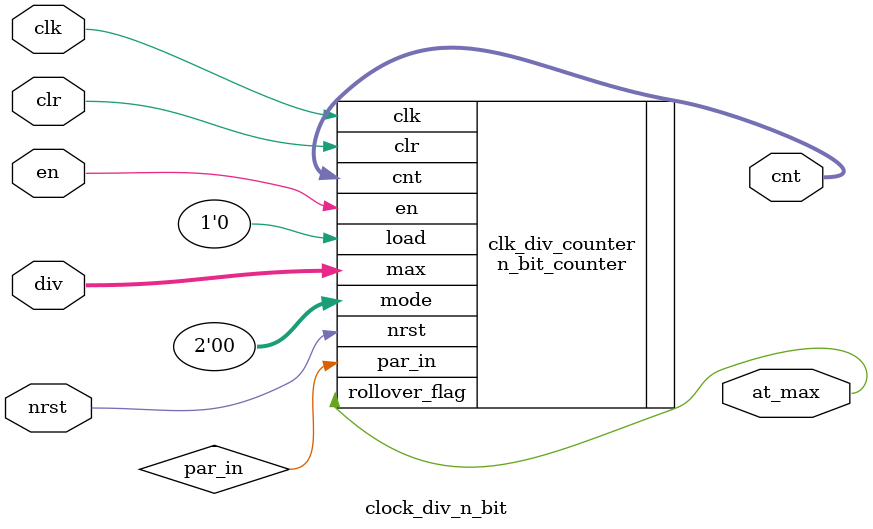
<source format=sv>
`timescale 1ns / 1ps


module clock_div_n_bit#(parameter N=4)(
    input logic clk, nrst, en, clr,
    input logic [N-1:0] div,
    output logic [N-1:0] cnt,
    output logic at_max
    );
    
    n_bit_counter #(.N(N)) clk_div_counter(.clk(clk), .nrst(nrst), .en(en), .max(div), .cnt(cnt), .rollover_flag(at_max), .load(1'b0), .clr(clr), .par_in(par_in), .mode(2'd0));
endmodule

</source>
